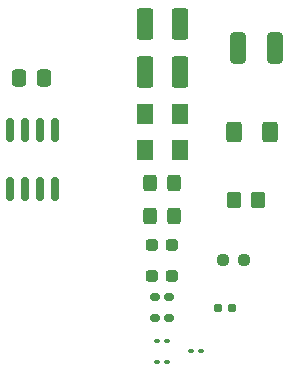
<source format=gtp>
G04 #@! TF.GenerationSoftware,KiCad,Pcbnew,(6.0.6)*
G04 #@! TF.CreationDate,2022-07-27T20:36:10+02:00*
G04 #@! TF.ProjectId,smd-challenge,736d642d-6368-4616-9c6c-656e67652e6b,rev?*
G04 #@! TF.SameCoordinates,Original*
G04 #@! TF.FileFunction,Paste,Top*
G04 #@! TF.FilePolarity,Positive*
%FSLAX46Y46*%
G04 Gerber Fmt 4.6, Leading zero omitted, Abs format (unit mm)*
G04 Created by KiCad (PCBNEW (6.0.6)) date 2022-07-27 20:36:10*
%MOMM*%
%LPD*%
G01*
G04 APERTURE LIST*
G04 Aperture macros list*
%AMRoundRect*
0 Rectangle with rounded corners*
0 $1 Rounding radius*
0 $2 $3 $4 $5 $6 $7 $8 $9 X,Y pos of 4 corners*
0 Add a 4 corners polygon primitive as box body*
4,1,4,$2,$3,$4,$5,$6,$7,$8,$9,$2,$3,0*
0 Add four circle primitives for the rounded corners*
1,1,$1+$1,$2,$3*
1,1,$1+$1,$4,$5*
1,1,$1+$1,$6,$7*
1,1,$1+$1,$8,$9*
0 Add four rect primitives between the rounded corners*
20,1,$1+$1,$2,$3,$4,$5,0*
20,1,$1+$1,$4,$5,$6,$7,0*
20,1,$1+$1,$6,$7,$8,$9,0*
20,1,$1+$1,$8,$9,$2,$3,0*%
G04 Aperture macros list end*
%ADD10RoundRect,0.250000X-0.350000X-0.450000X0.350000X-0.450000X0.350000X0.450000X-0.350000X0.450000X0*%
%ADD11RoundRect,0.250000X-0.400000X-1.075000X0.400000X-1.075000X0.400000X1.075000X-0.400000X1.075000X0*%
%ADD12RoundRect,0.250001X-0.462499X-1.074999X0.462499X-1.074999X0.462499X1.074999X-0.462499X1.074999X0*%
%ADD13RoundRect,0.250001X0.462499X1.074999X-0.462499X1.074999X-0.462499X-1.074999X0.462499X-1.074999X0*%
%ADD14RoundRect,0.090000X0.139000X0.090000X-0.139000X0.090000X-0.139000X-0.090000X0.139000X-0.090000X0*%
%ADD15RoundRect,0.237500X-0.287500X-0.237500X0.287500X-0.237500X0.287500X0.237500X-0.287500X0.237500X0*%
%ADD16RoundRect,0.150000X0.150000X-0.825000X0.150000X0.825000X-0.150000X0.825000X-0.150000X-0.825000X0*%
%ADD17RoundRect,0.160000X0.222500X0.160000X-0.222500X0.160000X-0.222500X-0.160000X0.222500X-0.160000X0*%
%ADD18RoundRect,0.250000X-0.325000X-0.450000X0.325000X-0.450000X0.325000X0.450000X-0.325000X0.450000X0*%
%ADD19RoundRect,0.250000X-0.337500X-0.475000X0.337500X-0.475000X0.337500X0.475000X-0.337500X0.475000X0*%
%ADD20RoundRect,0.090000X-0.139000X-0.090000X0.139000X-0.090000X0.139000X0.090000X-0.139000X0.090000X0*%
%ADD21RoundRect,0.250001X-0.462499X-0.624999X0.462499X-0.624999X0.462499X0.624999X-0.462499X0.624999X0*%
%ADD22RoundRect,0.250000X0.325000X0.450000X-0.325000X0.450000X-0.325000X-0.450000X0.325000X-0.450000X0*%
%ADD23RoundRect,0.250001X0.462499X0.624999X-0.462499X0.624999X-0.462499X-0.624999X0.462499X-0.624999X0*%
%ADD24RoundRect,0.237500X0.287500X0.237500X-0.287500X0.237500X-0.287500X-0.237500X0.287500X-0.237500X0*%
%ADD25RoundRect,0.160000X-0.197500X-0.160000X0.197500X-0.160000X0.197500X0.160000X-0.197500X0.160000X0*%
%ADD26RoundRect,0.160000X-0.222500X-0.160000X0.222500X-0.160000X0.222500X0.160000X-0.222500X0.160000X0*%
%ADD27RoundRect,0.250000X-0.400000X-0.625000X0.400000X-0.625000X0.400000X0.625000X-0.400000X0.625000X0*%
%ADD28RoundRect,0.237500X-0.250000X-0.237500X0.250000X-0.237500X0.250000X0.237500X-0.250000X0.237500X0*%
G04 APERTURE END LIST*
D10*
X130191000Y-123317000D03*
X132191000Y-123317000D03*
D11*
X130530000Y-110490000D03*
X133630000Y-110490000D03*
D12*
X122628000Y-112522000D03*
X125603000Y-112522000D03*
D13*
X125603000Y-108458000D03*
X122628000Y-108458000D03*
D14*
X124510800Y-135255000D03*
X123645800Y-135255000D03*
D15*
X123204000Y-129794000D03*
X124954000Y-129794000D03*
D16*
X111252000Y-122363000D03*
X112522000Y-122363000D03*
X113792000Y-122363000D03*
X115062000Y-122363000D03*
X115062000Y-117413000D03*
X113792000Y-117413000D03*
X112522000Y-117413000D03*
X111252000Y-117413000D03*
D17*
X123520500Y-131572000D03*
X124665500Y-131572000D03*
D18*
X123045000Y-124714000D03*
X125095000Y-124714000D03*
D19*
X111992500Y-113030000D03*
X114067500Y-113030000D03*
D20*
X127406000Y-136144000D03*
X126541000Y-136144000D03*
D21*
X122628000Y-119126000D03*
X125603000Y-119126000D03*
D22*
X125095000Y-121920000D03*
X123045000Y-121920000D03*
D23*
X122628000Y-116078000D03*
X125603000Y-116078000D03*
D24*
X124968000Y-127127000D03*
X123218000Y-127127000D03*
D25*
X128853000Y-132461000D03*
X130048000Y-132461000D03*
D26*
X123518200Y-133350000D03*
X124663200Y-133350000D03*
D20*
X124510800Y-137033000D03*
X123645800Y-137033000D03*
D27*
X130149000Y-117602000D03*
X133249000Y-117602000D03*
D28*
X129239000Y-128397000D03*
X131064000Y-128397000D03*
M02*

</source>
